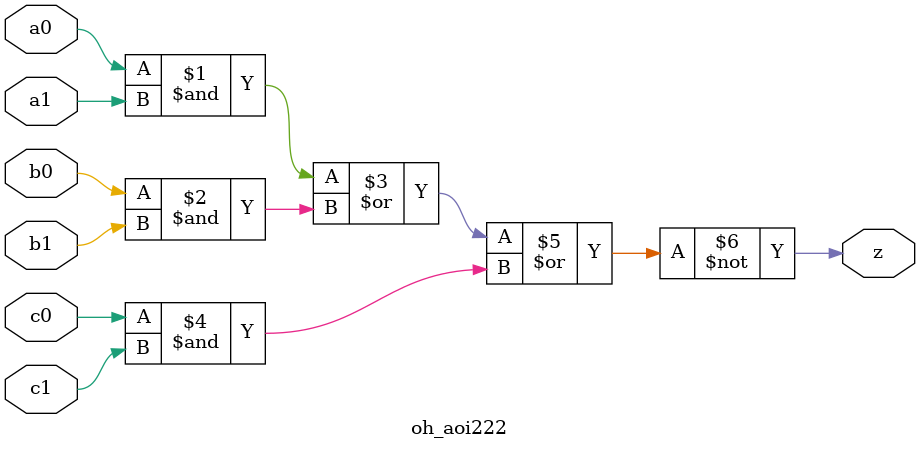
<source format=v>


module oh_aoi222 #(parameter DW = 1 ) // array width
   (
    input [DW-1:0]  a0,
    input [DW-1:0]  a1,
    input [DW-1:0]  b0,
    input [DW-1:0]  b1,
    input [DW-1:0]  c0,
    input [DW-1:0]  c1,
    output [DW-1:0] z
    );
   
   assign z = ~((a0 & a1) | (b0 & b1) | (c0 & c1));
   
endmodule

</source>
